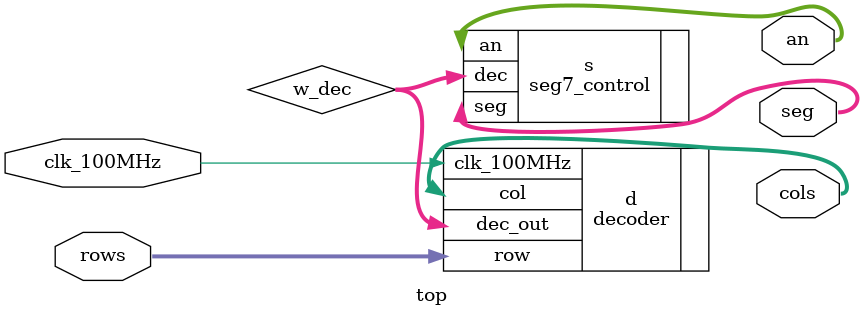
<source format=v>
`timescale 1ns / 1ps


module top(
    input clk_100MHz,   // from Basys 3
    input [3:0] rows,   // Pmod JB pins 10 to 7
    output [3:0] cols,  // Pmod JB pins 4 to 1
    output [3:0] an,    // 7 segment anodes
    output [6:0] seg    // 7 segment cathodes
    );

	wire [3:0] w_dec;

	decoder d(.clk_100MHz(clk_100MHz), .row(rows),
			.col(cols), .dec_out(w_dec));

	seg7_control s(.dec(w_dec), .an(an), .seg(seg));

endmodule

</source>
